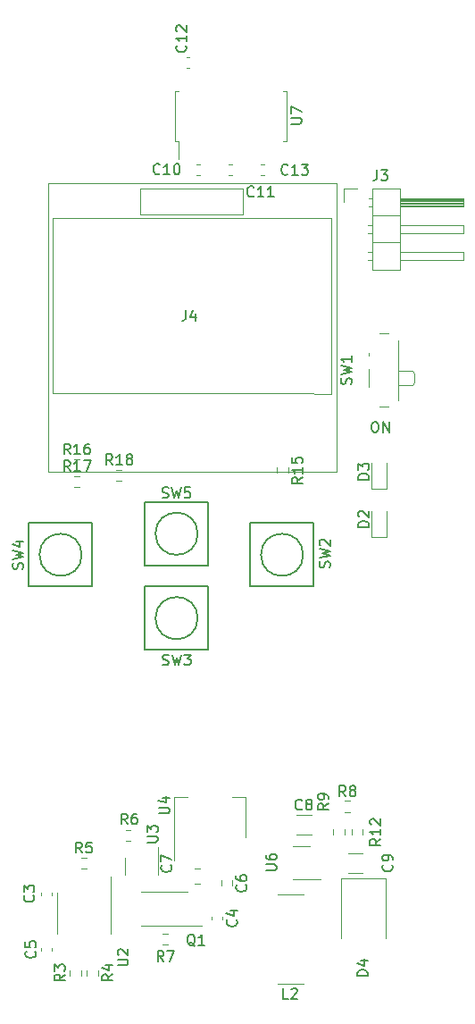
<source format=gbr>
%TF.GenerationSoftware,KiCad,Pcbnew,6.0.5-a6ca702e91~116~ubuntu20.04.1*%
%TF.CreationDate,2022-06-04T21:36:06-05:00*%
%TF.ProjectId,gpsOled,6770734f-6c65-4642-9e6b-696361645f70,rev?*%
%TF.SameCoordinates,Original*%
%TF.FileFunction,Legend,Top*%
%TF.FilePolarity,Positive*%
%FSLAX46Y46*%
G04 Gerber Fmt 4.6, Leading zero omitted, Abs format (unit mm)*
G04 Created by KiCad (PCBNEW 6.0.5-a6ca702e91~116~ubuntu20.04.1) date 2022-06-04 21:36:06*
%MOMM*%
%LPD*%
G01*
G04 APERTURE LIST*
%ADD10C,0.150000*%
%ADD11C,0.120000*%
G04 APERTURE END LIST*
D10*
X163520952Y-98782380D02*
X163711428Y-98782380D01*
X163806666Y-98830000D01*
X163901904Y-98925238D01*
X163949523Y-99115714D01*
X163949523Y-99449047D01*
X163901904Y-99639523D01*
X163806666Y-99734761D01*
X163711428Y-99782380D01*
X163520952Y-99782380D01*
X163425714Y-99734761D01*
X163330476Y-99639523D01*
X163282857Y-99449047D01*
X163282857Y-99115714D01*
X163330476Y-98925238D01*
X163425714Y-98830000D01*
X163520952Y-98782380D01*
X164378095Y-99782380D02*
X164378095Y-98782380D01*
X164949523Y-99782380D01*
X164949523Y-98782380D01*
%TO.C,R18*%
X138697142Y-102852380D02*
X138363809Y-102376190D01*
X138125714Y-102852380D02*
X138125714Y-101852380D01*
X138506666Y-101852380D01*
X138601904Y-101900000D01*
X138649523Y-101947619D01*
X138697142Y-102042857D01*
X138697142Y-102185714D01*
X138649523Y-102280952D01*
X138601904Y-102328571D01*
X138506666Y-102376190D01*
X138125714Y-102376190D01*
X139649523Y-102852380D02*
X139078095Y-102852380D01*
X139363809Y-102852380D02*
X139363809Y-101852380D01*
X139268571Y-101995238D01*
X139173333Y-102090476D01*
X139078095Y-102138095D01*
X140220952Y-102280952D02*
X140125714Y-102233333D01*
X140078095Y-102185714D01*
X140030476Y-102090476D01*
X140030476Y-102042857D01*
X140078095Y-101947619D01*
X140125714Y-101900000D01*
X140220952Y-101852380D01*
X140411428Y-101852380D01*
X140506666Y-101900000D01*
X140554285Y-101947619D01*
X140601904Y-102042857D01*
X140601904Y-102090476D01*
X140554285Y-102185714D01*
X140506666Y-102233333D01*
X140411428Y-102280952D01*
X140220952Y-102280952D01*
X140125714Y-102328571D01*
X140078095Y-102376190D01*
X140030476Y-102471428D01*
X140030476Y-102661904D01*
X140078095Y-102757142D01*
X140125714Y-102804761D01*
X140220952Y-102852380D01*
X140411428Y-102852380D01*
X140506666Y-102804761D01*
X140554285Y-102757142D01*
X140601904Y-102661904D01*
X140601904Y-102471428D01*
X140554285Y-102376190D01*
X140506666Y-102328571D01*
X140411428Y-102280952D01*
%TO.C,R17*%
X134697142Y-103452380D02*
X134363809Y-102976190D01*
X134125714Y-103452380D02*
X134125714Y-102452380D01*
X134506666Y-102452380D01*
X134601904Y-102500000D01*
X134649523Y-102547619D01*
X134697142Y-102642857D01*
X134697142Y-102785714D01*
X134649523Y-102880952D01*
X134601904Y-102928571D01*
X134506666Y-102976190D01*
X134125714Y-102976190D01*
X135649523Y-103452380D02*
X135078095Y-103452380D01*
X135363809Y-103452380D02*
X135363809Y-102452380D01*
X135268571Y-102595238D01*
X135173333Y-102690476D01*
X135078095Y-102738095D01*
X135982857Y-102452380D02*
X136649523Y-102452380D01*
X136220952Y-103452380D01*
%TO.C,R16*%
X134697142Y-101852380D02*
X134363809Y-101376190D01*
X134125714Y-101852380D02*
X134125714Y-100852380D01*
X134506666Y-100852380D01*
X134601904Y-100900000D01*
X134649523Y-100947619D01*
X134697142Y-101042857D01*
X134697142Y-101185714D01*
X134649523Y-101280952D01*
X134601904Y-101328571D01*
X134506666Y-101376190D01*
X134125714Y-101376190D01*
X135649523Y-101852380D02*
X135078095Y-101852380D01*
X135363809Y-101852380D02*
X135363809Y-100852380D01*
X135268571Y-100995238D01*
X135173333Y-101090476D01*
X135078095Y-101138095D01*
X136506666Y-100852380D02*
X136316190Y-100852380D01*
X136220952Y-100900000D01*
X136173333Y-100947619D01*
X136078095Y-101090476D01*
X136030476Y-101280952D01*
X136030476Y-101661904D01*
X136078095Y-101757142D01*
X136125714Y-101804761D01*
X136220952Y-101852380D01*
X136411428Y-101852380D01*
X136506666Y-101804761D01*
X136554285Y-101757142D01*
X136601904Y-101661904D01*
X136601904Y-101423809D01*
X136554285Y-101328571D01*
X136506666Y-101280952D01*
X136411428Y-101233333D01*
X136220952Y-101233333D01*
X136125714Y-101280952D01*
X136078095Y-101328571D01*
X136030476Y-101423809D01*
%TO.C,R15*%
X156722380Y-104022857D02*
X156246190Y-104356190D01*
X156722380Y-104594285D02*
X155722380Y-104594285D01*
X155722380Y-104213333D01*
X155770000Y-104118095D01*
X155817619Y-104070476D01*
X155912857Y-104022857D01*
X156055714Y-104022857D01*
X156150952Y-104070476D01*
X156198571Y-104118095D01*
X156246190Y-104213333D01*
X156246190Y-104594285D01*
X156722380Y-103070476D02*
X156722380Y-103641904D01*
X156722380Y-103356190D02*
X155722380Y-103356190D01*
X155865238Y-103451428D01*
X155960476Y-103546666D01*
X156008095Y-103641904D01*
X155722380Y-102165714D02*
X155722380Y-102641904D01*
X156198571Y-102689523D01*
X156150952Y-102641904D01*
X156103333Y-102546666D01*
X156103333Y-102308571D01*
X156150952Y-102213333D01*
X156198571Y-102165714D01*
X156293809Y-102118095D01*
X156531904Y-102118095D01*
X156627142Y-102165714D01*
X156674761Y-102213333D01*
X156722380Y-102308571D01*
X156722380Y-102546666D01*
X156674761Y-102641904D01*
X156627142Y-102689523D01*
%TO.C,SW5*%
X143436666Y-105944761D02*
X143579523Y-105992380D01*
X143817619Y-105992380D01*
X143912857Y-105944761D01*
X143960476Y-105897142D01*
X144008095Y-105801904D01*
X144008095Y-105706666D01*
X143960476Y-105611428D01*
X143912857Y-105563809D01*
X143817619Y-105516190D01*
X143627142Y-105468571D01*
X143531904Y-105420952D01*
X143484285Y-105373333D01*
X143436666Y-105278095D01*
X143436666Y-105182857D01*
X143484285Y-105087619D01*
X143531904Y-105040000D01*
X143627142Y-104992380D01*
X143865238Y-104992380D01*
X144008095Y-105040000D01*
X144341428Y-104992380D02*
X144579523Y-105992380D01*
X144770000Y-105278095D01*
X144960476Y-105992380D01*
X145198571Y-104992380D01*
X146055714Y-104992380D02*
X145579523Y-104992380D01*
X145531904Y-105468571D01*
X145579523Y-105420952D01*
X145674761Y-105373333D01*
X145912857Y-105373333D01*
X146008095Y-105420952D01*
X146055714Y-105468571D01*
X146103333Y-105563809D01*
X146103333Y-105801904D01*
X146055714Y-105897142D01*
X146008095Y-105944761D01*
X145912857Y-105992380D01*
X145674761Y-105992380D01*
X145579523Y-105944761D01*
X145531904Y-105897142D01*
%TO.C,U3*%
X141992380Y-138611904D02*
X142801904Y-138611904D01*
X142897142Y-138564285D01*
X142944761Y-138516666D01*
X142992380Y-138421428D01*
X142992380Y-138230952D01*
X142944761Y-138135714D01*
X142897142Y-138088095D01*
X142801904Y-138040476D01*
X141992380Y-138040476D01*
X141992380Y-137659523D02*
X141992380Y-137040476D01*
X142373333Y-137373809D01*
X142373333Y-137230952D01*
X142420952Y-137135714D01*
X142468571Y-137088095D01*
X142563809Y-137040476D01*
X142801904Y-137040476D01*
X142897142Y-137088095D01*
X142944761Y-137135714D01*
X142992380Y-137230952D01*
X142992380Y-137516666D01*
X142944761Y-137611904D01*
X142897142Y-137659523D01*
%TO.C,C12*%
X145647142Y-63122857D02*
X145694761Y-63170476D01*
X145742380Y-63313333D01*
X145742380Y-63408571D01*
X145694761Y-63551428D01*
X145599523Y-63646666D01*
X145504285Y-63694285D01*
X145313809Y-63741904D01*
X145170952Y-63741904D01*
X144980476Y-63694285D01*
X144885238Y-63646666D01*
X144790000Y-63551428D01*
X144742380Y-63408571D01*
X144742380Y-63313333D01*
X144790000Y-63170476D01*
X144837619Y-63122857D01*
X145742380Y-62170476D02*
X145742380Y-62741904D01*
X145742380Y-62456190D02*
X144742380Y-62456190D01*
X144885238Y-62551428D01*
X144980476Y-62646666D01*
X145028095Y-62741904D01*
X144837619Y-61789523D02*
X144790000Y-61741904D01*
X144742380Y-61646666D01*
X144742380Y-61408571D01*
X144790000Y-61313333D01*
X144837619Y-61265714D01*
X144932857Y-61218095D01*
X145028095Y-61218095D01*
X145170952Y-61265714D01*
X145742380Y-61837142D01*
X145742380Y-61218095D01*
%TO.C,R9*%
X159192380Y-134956666D02*
X158716190Y-135290000D01*
X159192380Y-135528095D02*
X158192380Y-135528095D01*
X158192380Y-135147142D01*
X158240000Y-135051904D01*
X158287619Y-135004285D01*
X158382857Y-134956666D01*
X158525714Y-134956666D01*
X158620952Y-135004285D01*
X158668571Y-135051904D01*
X158716190Y-135147142D01*
X158716190Y-135528095D01*
X159192380Y-134480476D02*
X159192380Y-134290000D01*
X159144761Y-134194761D01*
X159097142Y-134147142D01*
X158954285Y-134051904D01*
X158763809Y-134004285D01*
X158382857Y-134004285D01*
X158287619Y-134051904D01*
X158240000Y-134099523D01*
X158192380Y-134194761D01*
X158192380Y-134385238D01*
X158240000Y-134480476D01*
X158287619Y-134528095D01*
X158382857Y-134575714D01*
X158620952Y-134575714D01*
X158716190Y-134528095D01*
X158763809Y-134480476D01*
X158811428Y-134385238D01*
X158811428Y-134194761D01*
X158763809Y-134099523D01*
X158716190Y-134051904D01*
X158620952Y-134004285D01*
%TO.C,SW3*%
X143456666Y-121784761D02*
X143599523Y-121832380D01*
X143837619Y-121832380D01*
X143932857Y-121784761D01*
X143980476Y-121737142D01*
X144028095Y-121641904D01*
X144028095Y-121546666D01*
X143980476Y-121451428D01*
X143932857Y-121403809D01*
X143837619Y-121356190D01*
X143647142Y-121308571D01*
X143551904Y-121260952D01*
X143504285Y-121213333D01*
X143456666Y-121118095D01*
X143456666Y-121022857D01*
X143504285Y-120927619D01*
X143551904Y-120880000D01*
X143647142Y-120832380D01*
X143885238Y-120832380D01*
X144028095Y-120880000D01*
X144361428Y-120832380D02*
X144599523Y-121832380D01*
X144790000Y-121118095D01*
X144980476Y-121832380D01*
X145218571Y-120832380D01*
X145504285Y-120832380D02*
X146123333Y-120832380D01*
X145790000Y-121213333D01*
X145932857Y-121213333D01*
X146028095Y-121260952D01*
X146075714Y-121308571D01*
X146123333Y-121403809D01*
X146123333Y-121641904D01*
X146075714Y-121737142D01*
X146028095Y-121784761D01*
X145932857Y-121832380D01*
X145647142Y-121832380D01*
X145551904Y-121784761D01*
X145504285Y-121737142D01*
%TO.C,U6*%
X153252380Y-141291904D02*
X154061904Y-141291904D01*
X154157142Y-141244285D01*
X154204761Y-141196666D01*
X154252380Y-141101428D01*
X154252380Y-140910952D01*
X154204761Y-140815714D01*
X154157142Y-140768095D01*
X154061904Y-140720476D01*
X153252380Y-140720476D01*
X153252380Y-139815714D02*
X153252380Y-140006190D01*
X153300000Y-140101428D01*
X153347619Y-140149047D01*
X153490476Y-140244285D01*
X153680952Y-140291904D01*
X154061904Y-140291904D01*
X154157142Y-140244285D01*
X154204761Y-140196666D01*
X154252380Y-140101428D01*
X154252380Y-139910952D01*
X154204761Y-139815714D01*
X154157142Y-139768095D01*
X154061904Y-139720476D01*
X153823809Y-139720476D01*
X153728571Y-139768095D01*
X153680952Y-139815714D01*
X153633333Y-139910952D01*
X153633333Y-140101428D01*
X153680952Y-140196666D01*
X153728571Y-140244285D01*
X153823809Y-140291904D01*
%TO.C,C13*%
X155347142Y-75287142D02*
X155299523Y-75334761D01*
X155156666Y-75382380D01*
X155061428Y-75382380D01*
X154918571Y-75334761D01*
X154823333Y-75239523D01*
X154775714Y-75144285D01*
X154728095Y-74953809D01*
X154728095Y-74810952D01*
X154775714Y-74620476D01*
X154823333Y-74525238D01*
X154918571Y-74430000D01*
X155061428Y-74382380D01*
X155156666Y-74382380D01*
X155299523Y-74430000D01*
X155347142Y-74477619D01*
X156299523Y-75382380D02*
X155728095Y-75382380D01*
X156013809Y-75382380D02*
X156013809Y-74382380D01*
X155918571Y-74525238D01*
X155823333Y-74620476D01*
X155728095Y-74668095D01*
X156632857Y-74382380D02*
X157251904Y-74382380D01*
X156918571Y-74763333D01*
X157061428Y-74763333D01*
X157156666Y-74810952D01*
X157204285Y-74858571D01*
X157251904Y-74953809D01*
X157251904Y-75191904D01*
X157204285Y-75287142D01*
X157156666Y-75334761D01*
X157061428Y-75382380D01*
X156775714Y-75382380D01*
X156680476Y-75334761D01*
X156632857Y-75287142D01*
%TO.C,C4*%
X150447142Y-145966666D02*
X150494761Y-146014285D01*
X150542380Y-146157142D01*
X150542380Y-146252380D01*
X150494761Y-146395238D01*
X150399523Y-146490476D01*
X150304285Y-146538095D01*
X150113809Y-146585714D01*
X149970952Y-146585714D01*
X149780476Y-146538095D01*
X149685238Y-146490476D01*
X149590000Y-146395238D01*
X149542380Y-146252380D01*
X149542380Y-146157142D01*
X149590000Y-146014285D01*
X149637619Y-145966666D01*
X149875714Y-145109523D02*
X150542380Y-145109523D01*
X149494761Y-145347619D02*
X150209047Y-145585714D01*
X150209047Y-144966666D01*
%TO.C,L2*%
X155373333Y-153452380D02*
X154897142Y-153452380D01*
X154897142Y-152452380D01*
X155659047Y-152547619D02*
X155706666Y-152500000D01*
X155801904Y-152452380D01*
X156040000Y-152452380D01*
X156135238Y-152500000D01*
X156182857Y-152547619D01*
X156230476Y-152642857D01*
X156230476Y-152738095D01*
X156182857Y-152880952D01*
X155611428Y-153452380D01*
X156230476Y-153452380D01*
%TO.C,Q1*%
X146544761Y-148447619D02*
X146449523Y-148400000D01*
X146354285Y-148304761D01*
X146211428Y-148161904D01*
X146116190Y-148114285D01*
X146020952Y-148114285D01*
X146068571Y-148352380D02*
X145973333Y-148304761D01*
X145878095Y-148209523D01*
X145830476Y-148019047D01*
X145830476Y-147685714D01*
X145878095Y-147495238D01*
X145973333Y-147400000D01*
X146068571Y-147352380D01*
X146259047Y-147352380D01*
X146354285Y-147400000D01*
X146449523Y-147495238D01*
X146497142Y-147685714D01*
X146497142Y-148019047D01*
X146449523Y-148209523D01*
X146354285Y-148304761D01*
X146259047Y-148352380D01*
X146068571Y-148352380D01*
X147449523Y-148352380D02*
X146878095Y-148352380D01*
X147163809Y-148352380D02*
X147163809Y-147352380D01*
X147068571Y-147495238D01*
X146973333Y-147590476D01*
X146878095Y-147638095D01*
%TO.C,R12*%
X164132380Y-138292857D02*
X163656190Y-138626190D01*
X164132380Y-138864285D02*
X163132380Y-138864285D01*
X163132380Y-138483333D01*
X163180000Y-138388095D01*
X163227619Y-138340476D01*
X163322857Y-138292857D01*
X163465714Y-138292857D01*
X163560952Y-138340476D01*
X163608571Y-138388095D01*
X163656190Y-138483333D01*
X163656190Y-138864285D01*
X164132380Y-137340476D02*
X164132380Y-137911904D01*
X164132380Y-137626190D02*
X163132380Y-137626190D01*
X163275238Y-137721428D01*
X163370476Y-137816666D01*
X163418095Y-137911904D01*
X163227619Y-136959523D02*
X163180000Y-136911904D01*
X163132380Y-136816666D01*
X163132380Y-136578571D01*
X163180000Y-136483333D01*
X163227619Y-136435714D01*
X163322857Y-136388095D01*
X163418095Y-136388095D01*
X163560952Y-136435714D01*
X164132380Y-137007142D01*
X164132380Y-136388095D01*
%TO.C,C6*%
X151337142Y-142666666D02*
X151384761Y-142714285D01*
X151432380Y-142857142D01*
X151432380Y-142952380D01*
X151384761Y-143095238D01*
X151289523Y-143190476D01*
X151194285Y-143238095D01*
X151003809Y-143285714D01*
X150860952Y-143285714D01*
X150670476Y-143238095D01*
X150575238Y-143190476D01*
X150480000Y-143095238D01*
X150432380Y-142952380D01*
X150432380Y-142857142D01*
X150480000Y-142714285D01*
X150527619Y-142666666D01*
X150432380Y-141809523D02*
X150432380Y-142000000D01*
X150480000Y-142095238D01*
X150527619Y-142142857D01*
X150670476Y-142238095D01*
X150860952Y-142285714D01*
X151241904Y-142285714D01*
X151337142Y-142238095D01*
X151384761Y-142190476D01*
X151432380Y-142095238D01*
X151432380Y-141904761D01*
X151384761Y-141809523D01*
X151337142Y-141761904D01*
X151241904Y-141714285D01*
X151003809Y-141714285D01*
X150908571Y-141761904D01*
X150860952Y-141809523D01*
X150813333Y-141904761D01*
X150813333Y-142095238D01*
X150860952Y-142190476D01*
X150908571Y-142238095D01*
X151003809Y-142285714D01*
%TO.C,J4*%
X145666666Y-88206380D02*
X145666666Y-88920666D01*
X145619047Y-89063523D01*
X145523809Y-89158761D01*
X145380952Y-89206380D01*
X145285714Y-89206380D01*
X146571428Y-88539714D02*
X146571428Y-89206380D01*
X146333333Y-88158761D02*
X146095238Y-88873047D01*
X146714285Y-88873047D01*
%TO.C,D2*%
X163022380Y-108738095D02*
X162022380Y-108738095D01*
X162022380Y-108500000D01*
X162070000Y-108357142D01*
X162165238Y-108261904D01*
X162260476Y-108214285D01*
X162450952Y-108166666D01*
X162593809Y-108166666D01*
X162784285Y-108214285D01*
X162879523Y-108261904D01*
X162974761Y-108357142D01*
X163022380Y-108500000D01*
X163022380Y-108738095D01*
X162117619Y-107785714D02*
X162070000Y-107738095D01*
X162022380Y-107642857D01*
X162022380Y-107404761D01*
X162070000Y-107309523D01*
X162117619Y-107261904D01*
X162212857Y-107214285D01*
X162308095Y-107214285D01*
X162450952Y-107261904D01*
X163022380Y-107833333D01*
X163022380Y-107214285D01*
%TO.C,SW2*%
X159284761Y-112583333D02*
X159332380Y-112440476D01*
X159332380Y-112202380D01*
X159284761Y-112107142D01*
X159237142Y-112059523D01*
X159141904Y-112011904D01*
X159046666Y-112011904D01*
X158951428Y-112059523D01*
X158903809Y-112107142D01*
X158856190Y-112202380D01*
X158808571Y-112392857D01*
X158760952Y-112488095D01*
X158713333Y-112535714D01*
X158618095Y-112583333D01*
X158522857Y-112583333D01*
X158427619Y-112535714D01*
X158380000Y-112488095D01*
X158332380Y-112392857D01*
X158332380Y-112154761D01*
X158380000Y-112011904D01*
X158332380Y-111678571D02*
X159332380Y-111440476D01*
X158618095Y-111250000D01*
X159332380Y-111059523D01*
X158332380Y-110821428D01*
X158427619Y-110488095D02*
X158380000Y-110440476D01*
X158332380Y-110345238D01*
X158332380Y-110107142D01*
X158380000Y-110011904D01*
X158427619Y-109964285D01*
X158522857Y-109916666D01*
X158618095Y-109916666D01*
X158760952Y-109964285D01*
X159332380Y-110535714D01*
X159332380Y-109916666D01*
%TO.C,C7*%
X144227142Y-140796666D02*
X144274761Y-140844285D01*
X144322380Y-140987142D01*
X144322380Y-141082380D01*
X144274761Y-141225238D01*
X144179523Y-141320476D01*
X144084285Y-141368095D01*
X143893809Y-141415714D01*
X143750952Y-141415714D01*
X143560476Y-141368095D01*
X143465238Y-141320476D01*
X143370000Y-141225238D01*
X143322380Y-141082380D01*
X143322380Y-140987142D01*
X143370000Y-140844285D01*
X143417619Y-140796666D01*
X143322380Y-140463333D02*
X143322380Y-139796666D01*
X144322380Y-140225238D01*
%TO.C,C3*%
X131207142Y-143646666D02*
X131254761Y-143694285D01*
X131302380Y-143837142D01*
X131302380Y-143932380D01*
X131254761Y-144075238D01*
X131159523Y-144170476D01*
X131064285Y-144218095D01*
X130873809Y-144265714D01*
X130730952Y-144265714D01*
X130540476Y-144218095D01*
X130445238Y-144170476D01*
X130350000Y-144075238D01*
X130302380Y-143932380D01*
X130302380Y-143837142D01*
X130350000Y-143694285D01*
X130397619Y-143646666D01*
X130302380Y-143313333D02*
X130302380Y-142694285D01*
X130683333Y-143027619D01*
X130683333Y-142884761D01*
X130730952Y-142789523D01*
X130778571Y-142741904D01*
X130873809Y-142694285D01*
X131111904Y-142694285D01*
X131207142Y-142741904D01*
X131254761Y-142789523D01*
X131302380Y-142884761D01*
X131302380Y-143170476D01*
X131254761Y-143265714D01*
X131207142Y-143313333D01*
%TO.C,D4*%
X162932380Y-151268095D02*
X161932380Y-151268095D01*
X161932380Y-151030000D01*
X161980000Y-150887142D01*
X162075238Y-150791904D01*
X162170476Y-150744285D01*
X162360952Y-150696666D01*
X162503809Y-150696666D01*
X162694285Y-150744285D01*
X162789523Y-150791904D01*
X162884761Y-150887142D01*
X162932380Y-151030000D01*
X162932380Y-151268095D01*
X162265714Y-149839523D02*
X162932380Y-149839523D01*
X161884761Y-150077619D02*
X162599047Y-150315714D01*
X162599047Y-149696666D01*
%TO.C,C9*%
X165197142Y-140756666D02*
X165244761Y-140804285D01*
X165292380Y-140947142D01*
X165292380Y-141042380D01*
X165244761Y-141185238D01*
X165149523Y-141280476D01*
X165054285Y-141328095D01*
X164863809Y-141375714D01*
X164720952Y-141375714D01*
X164530476Y-141328095D01*
X164435238Y-141280476D01*
X164340000Y-141185238D01*
X164292380Y-141042380D01*
X164292380Y-140947142D01*
X164340000Y-140804285D01*
X164387619Y-140756666D01*
X165292380Y-140280476D02*
X165292380Y-140090000D01*
X165244761Y-139994761D01*
X165197142Y-139947142D01*
X165054285Y-139851904D01*
X164863809Y-139804285D01*
X164482857Y-139804285D01*
X164387619Y-139851904D01*
X164340000Y-139899523D01*
X164292380Y-139994761D01*
X164292380Y-140185238D01*
X164340000Y-140280476D01*
X164387619Y-140328095D01*
X164482857Y-140375714D01*
X164720952Y-140375714D01*
X164816190Y-140328095D01*
X164863809Y-140280476D01*
X164911428Y-140185238D01*
X164911428Y-139994761D01*
X164863809Y-139899523D01*
X164816190Y-139851904D01*
X164720952Y-139804285D01*
%TO.C,SW1*%
X161319761Y-95213333D02*
X161367380Y-95070476D01*
X161367380Y-94832380D01*
X161319761Y-94737142D01*
X161272142Y-94689523D01*
X161176904Y-94641904D01*
X161081666Y-94641904D01*
X160986428Y-94689523D01*
X160938809Y-94737142D01*
X160891190Y-94832380D01*
X160843571Y-95022857D01*
X160795952Y-95118095D01*
X160748333Y-95165714D01*
X160653095Y-95213333D01*
X160557857Y-95213333D01*
X160462619Y-95165714D01*
X160415000Y-95118095D01*
X160367380Y-95022857D01*
X160367380Y-94784761D01*
X160415000Y-94641904D01*
X160367380Y-94308571D02*
X161367380Y-94070476D01*
X160653095Y-93880000D01*
X161367380Y-93689523D01*
X160367380Y-93451428D01*
X161367380Y-92546666D02*
X161367380Y-93118095D01*
X161367380Y-92832380D02*
X160367380Y-92832380D01*
X160510238Y-92927619D01*
X160605476Y-93022857D01*
X160653095Y-93118095D01*
%TO.C,U7*%
X155642380Y-70541904D02*
X156451904Y-70541904D01*
X156547142Y-70494285D01*
X156594761Y-70446666D01*
X156642380Y-70351428D01*
X156642380Y-70160952D01*
X156594761Y-70065714D01*
X156547142Y-70018095D01*
X156451904Y-69970476D01*
X155642380Y-69970476D01*
X155642380Y-69589523D02*
X155642380Y-68922857D01*
X156642380Y-69351428D01*
%TO.C,C5*%
X131357142Y-148946666D02*
X131404761Y-148994285D01*
X131452380Y-149137142D01*
X131452380Y-149232380D01*
X131404761Y-149375238D01*
X131309523Y-149470476D01*
X131214285Y-149518095D01*
X131023809Y-149565714D01*
X130880952Y-149565714D01*
X130690476Y-149518095D01*
X130595238Y-149470476D01*
X130500000Y-149375238D01*
X130452380Y-149232380D01*
X130452380Y-149137142D01*
X130500000Y-148994285D01*
X130547619Y-148946666D01*
X130452380Y-148041904D02*
X130452380Y-148518095D01*
X130928571Y-148565714D01*
X130880952Y-148518095D01*
X130833333Y-148422857D01*
X130833333Y-148184761D01*
X130880952Y-148089523D01*
X130928571Y-148041904D01*
X131023809Y-147994285D01*
X131261904Y-147994285D01*
X131357142Y-148041904D01*
X131404761Y-148089523D01*
X131452380Y-148184761D01*
X131452380Y-148422857D01*
X131404761Y-148518095D01*
X131357142Y-148565714D01*
%TO.C,R7*%
X143563333Y-149892380D02*
X143230000Y-149416190D01*
X142991904Y-149892380D02*
X142991904Y-148892380D01*
X143372857Y-148892380D01*
X143468095Y-148940000D01*
X143515714Y-148987619D01*
X143563333Y-149082857D01*
X143563333Y-149225714D01*
X143515714Y-149320952D01*
X143468095Y-149368571D01*
X143372857Y-149416190D01*
X142991904Y-149416190D01*
X143896666Y-148892380D02*
X144563333Y-148892380D01*
X144134761Y-149892380D01*
%TO.C,R3*%
X134202380Y-151156666D02*
X133726190Y-151490000D01*
X134202380Y-151728095D02*
X133202380Y-151728095D01*
X133202380Y-151347142D01*
X133250000Y-151251904D01*
X133297619Y-151204285D01*
X133392857Y-151156666D01*
X133535714Y-151156666D01*
X133630952Y-151204285D01*
X133678571Y-151251904D01*
X133726190Y-151347142D01*
X133726190Y-151728095D01*
X133202380Y-150823333D02*
X133202380Y-150204285D01*
X133583333Y-150537619D01*
X133583333Y-150394761D01*
X133630952Y-150299523D01*
X133678571Y-150251904D01*
X133773809Y-150204285D01*
X134011904Y-150204285D01*
X134107142Y-150251904D01*
X134154761Y-150299523D01*
X134202380Y-150394761D01*
X134202380Y-150680476D01*
X134154761Y-150775714D01*
X134107142Y-150823333D01*
%TO.C,R8*%
X160823333Y-134262380D02*
X160490000Y-133786190D01*
X160251904Y-134262380D02*
X160251904Y-133262380D01*
X160632857Y-133262380D01*
X160728095Y-133310000D01*
X160775714Y-133357619D01*
X160823333Y-133452857D01*
X160823333Y-133595714D01*
X160775714Y-133690952D01*
X160728095Y-133738571D01*
X160632857Y-133786190D01*
X160251904Y-133786190D01*
X161394761Y-133690952D02*
X161299523Y-133643333D01*
X161251904Y-133595714D01*
X161204285Y-133500476D01*
X161204285Y-133452857D01*
X161251904Y-133357619D01*
X161299523Y-133310000D01*
X161394761Y-133262380D01*
X161585238Y-133262380D01*
X161680476Y-133310000D01*
X161728095Y-133357619D01*
X161775714Y-133452857D01*
X161775714Y-133500476D01*
X161728095Y-133595714D01*
X161680476Y-133643333D01*
X161585238Y-133690952D01*
X161394761Y-133690952D01*
X161299523Y-133738571D01*
X161251904Y-133786190D01*
X161204285Y-133881428D01*
X161204285Y-134071904D01*
X161251904Y-134167142D01*
X161299523Y-134214761D01*
X161394761Y-134262380D01*
X161585238Y-134262380D01*
X161680476Y-134214761D01*
X161728095Y-134167142D01*
X161775714Y-134071904D01*
X161775714Y-133881428D01*
X161728095Y-133786190D01*
X161680476Y-133738571D01*
X161585238Y-133690952D01*
%TO.C,U4*%
X143112380Y-135881904D02*
X143921904Y-135881904D01*
X144017142Y-135834285D01*
X144064761Y-135786666D01*
X144112380Y-135691428D01*
X144112380Y-135500952D01*
X144064761Y-135405714D01*
X144017142Y-135358095D01*
X143921904Y-135310476D01*
X143112380Y-135310476D01*
X143445714Y-134405714D02*
X144112380Y-134405714D01*
X143064761Y-134643809D02*
X143779047Y-134881904D01*
X143779047Y-134262857D01*
%TO.C,J3*%
X163796666Y-74912380D02*
X163796666Y-75626666D01*
X163749047Y-75769523D01*
X163653809Y-75864761D01*
X163510952Y-75912380D01*
X163415714Y-75912380D01*
X164177619Y-74912380D02*
X164796666Y-74912380D01*
X164463333Y-75293333D01*
X164606190Y-75293333D01*
X164701428Y-75340952D01*
X164749047Y-75388571D01*
X164796666Y-75483809D01*
X164796666Y-75721904D01*
X164749047Y-75817142D01*
X164701428Y-75864761D01*
X164606190Y-75912380D01*
X164320476Y-75912380D01*
X164225238Y-75864761D01*
X164177619Y-75817142D01*
%TO.C,R6*%
X140123333Y-136912380D02*
X139790000Y-136436190D01*
X139551904Y-136912380D02*
X139551904Y-135912380D01*
X139932857Y-135912380D01*
X140028095Y-135960000D01*
X140075714Y-136007619D01*
X140123333Y-136102857D01*
X140123333Y-136245714D01*
X140075714Y-136340952D01*
X140028095Y-136388571D01*
X139932857Y-136436190D01*
X139551904Y-136436190D01*
X140980476Y-135912380D02*
X140790000Y-135912380D01*
X140694761Y-135960000D01*
X140647142Y-136007619D01*
X140551904Y-136150476D01*
X140504285Y-136340952D01*
X140504285Y-136721904D01*
X140551904Y-136817142D01*
X140599523Y-136864761D01*
X140694761Y-136912380D01*
X140885238Y-136912380D01*
X140980476Y-136864761D01*
X141028095Y-136817142D01*
X141075714Y-136721904D01*
X141075714Y-136483809D01*
X141028095Y-136388571D01*
X140980476Y-136340952D01*
X140885238Y-136293333D01*
X140694761Y-136293333D01*
X140599523Y-136340952D01*
X140551904Y-136388571D01*
X140504285Y-136483809D01*
%TO.C,C10*%
X143197142Y-75237142D02*
X143149523Y-75284761D01*
X143006666Y-75332380D01*
X142911428Y-75332380D01*
X142768571Y-75284761D01*
X142673333Y-75189523D01*
X142625714Y-75094285D01*
X142578095Y-74903809D01*
X142578095Y-74760952D01*
X142625714Y-74570476D01*
X142673333Y-74475238D01*
X142768571Y-74380000D01*
X142911428Y-74332380D01*
X143006666Y-74332380D01*
X143149523Y-74380000D01*
X143197142Y-74427619D01*
X144149523Y-75332380D02*
X143578095Y-75332380D01*
X143863809Y-75332380D02*
X143863809Y-74332380D01*
X143768571Y-74475238D01*
X143673333Y-74570476D01*
X143578095Y-74618095D01*
X144768571Y-74332380D02*
X144863809Y-74332380D01*
X144959047Y-74380000D01*
X145006666Y-74427619D01*
X145054285Y-74522857D01*
X145101904Y-74713333D01*
X145101904Y-74951428D01*
X145054285Y-75141904D01*
X145006666Y-75237142D01*
X144959047Y-75284761D01*
X144863809Y-75332380D01*
X144768571Y-75332380D01*
X144673333Y-75284761D01*
X144625714Y-75237142D01*
X144578095Y-75141904D01*
X144530476Y-74951428D01*
X144530476Y-74713333D01*
X144578095Y-74522857D01*
X144625714Y-74427619D01*
X144673333Y-74380000D01*
X144768571Y-74332380D01*
%TO.C,R4*%
X138732380Y-151136666D02*
X138256190Y-151470000D01*
X138732380Y-151708095D02*
X137732380Y-151708095D01*
X137732380Y-151327142D01*
X137780000Y-151231904D01*
X137827619Y-151184285D01*
X137922857Y-151136666D01*
X138065714Y-151136666D01*
X138160952Y-151184285D01*
X138208571Y-151231904D01*
X138256190Y-151327142D01*
X138256190Y-151708095D01*
X138065714Y-150279523D02*
X138732380Y-150279523D01*
X137684761Y-150517619D02*
X138399047Y-150755714D01*
X138399047Y-150136666D01*
%TO.C,R5*%
X135833333Y-139622380D02*
X135500000Y-139146190D01*
X135261904Y-139622380D02*
X135261904Y-138622380D01*
X135642857Y-138622380D01*
X135738095Y-138670000D01*
X135785714Y-138717619D01*
X135833333Y-138812857D01*
X135833333Y-138955714D01*
X135785714Y-139050952D01*
X135738095Y-139098571D01*
X135642857Y-139146190D01*
X135261904Y-139146190D01*
X136738095Y-138622380D02*
X136261904Y-138622380D01*
X136214285Y-139098571D01*
X136261904Y-139050952D01*
X136357142Y-139003333D01*
X136595238Y-139003333D01*
X136690476Y-139050952D01*
X136738095Y-139098571D01*
X136785714Y-139193809D01*
X136785714Y-139431904D01*
X136738095Y-139527142D01*
X136690476Y-139574761D01*
X136595238Y-139622380D01*
X136357142Y-139622380D01*
X136261904Y-139574761D01*
X136214285Y-139527142D01*
%TO.C,SW4*%
X130194761Y-112713333D02*
X130242380Y-112570476D01*
X130242380Y-112332380D01*
X130194761Y-112237142D01*
X130147142Y-112189523D01*
X130051904Y-112141904D01*
X129956666Y-112141904D01*
X129861428Y-112189523D01*
X129813809Y-112237142D01*
X129766190Y-112332380D01*
X129718571Y-112522857D01*
X129670952Y-112618095D01*
X129623333Y-112665714D01*
X129528095Y-112713333D01*
X129432857Y-112713333D01*
X129337619Y-112665714D01*
X129290000Y-112618095D01*
X129242380Y-112522857D01*
X129242380Y-112284761D01*
X129290000Y-112141904D01*
X129242380Y-111808571D02*
X130242380Y-111570476D01*
X129528095Y-111380000D01*
X130242380Y-111189523D01*
X129242380Y-110951428D01*
X129575714Y-110141904D02*
X130242380Y-110141904D01*
X129194761Y-110380000D02*
X129909047Y-110618095D01*
X129909047Y-109999047D01*
%TO.C,D3*%
X163022380Y-104238095D02*
X162022380Y-104238095D01*
X162022380Y-104000000D01*
X162070000Y-103857142D01*
X162165238Y-103761904D01*
X162260476Y-103714285D01*
X162450952Y-103666666D01*
X162593809Y-103666666D01*
X162784285Y-103714285D01*
X162879523Y-103761904D01*
X162974761Y-103857142D01*
X163022380Y-104000000D01*
X163022380Y-104238095D01*
X162022380Y-103333333D02*
X162022380Y-102714285D01*
X162403333Y-103047619D01*
X162403333Y-102904761D01*
X162450952Y-102809523D01*
X162498571Y-102761904D01*
X162593809Y-102714285D01*
X162831904Y-102714285D01*
X162927142Y-102761904D01*
X162974761Y-102809523D01*
X163022380Y-102904761D01*
X163022380Y-103190476D01*
X162974761Y-103285714D01*
X162927142Y-103333333D01*
%TO.C,U2*%
X139182380Y-150291904D02*
X139991904Y-150291904D01*
X140087142Y-150244285D01*
X140134761Y-150196666D01*
X140182380Y-150101428D01*
X140182380Y-149910952D01*
X140134761Y-149815714D01*
X140087142Y-149768095D01*
X139991904Y-149720476D01*
X139182380Y-149720476D01*
X139277619Y-149291904D02*
X139230000Y-149244285D01*
X139182380Y-149149047D01*
X139182380Y-148910952D01*
X139230000Y-148815714D01*
X139277619Y-148768095D01*
X139372857Y-148720476D01*
X139468095Y-148720476D01*
X139610952Y-148768095D01*
X140182380Y-149339523D01*
X140182380Y-148720476D01*
%TO.C,C8*%
X156683333Y-135457142D02*
X156635714Y-135504761D01*
X156492857Y-135552380D01*
X156397619Y-135552380D01*
X156254761Y-135504761D01*
X156159523Y-135409523D01*
X156111904Y-135314285D01*
X156064285Y-135123809D01*
X156064285Y-134980952D01*
X156111904Y-134790476D01*
X156159523Y-134695238D01*
X156254761Y-134600000D01*
X156397619Y-134552380D01*
X156492857Y-134552380D01*
X156635714Y-134600000D01*
X156683333Y-134647619D01*
X157254761Y-134980952D02*
X157159523Y-134933333D01*
X157111904Y-134885714D01*
X157064285Y-134790476D01*
X157064285Y-134742857D01*
X157111904Y-134647619D01*
X157159523Y-134600000D01*
X157254761Y-134552380D01*
X157445238Y-134552380D01*
X157540476Y-134600000D01*
X157588095Y-134647619D01*
X157635714Y-134742857D01*
X157635714Y-134790476D01*
X157588095Y-134885714D01*
X157540476Y-134933333D01*
X157445238Y-134980952D01*
X157254761Y-134980952D01*
X157159523Y-135028571D01*
X157111904Y-135076190D01*
X157064285Y-135171428D01*
X157064285Y-135361904D01*
X157111904Y-135457142D01*
X157159523Y-135504761D01*
X157254761Y-135552380D01*
X157445238Y-135552380D01*
X157540476Y-135504761D01*
X157588095Y-135457142D01*
X157635714Y-135361904D01*
X157635714Y-135171428D01*
X157588095Y-135076190D01*
X157540476Y-135028571D01*
X157445238Y-134980952D01*
%TO.C,C11*%
X152097142Y-77367142D02*
X152049523Y-77414761D01*
X151906666Y-77462380D01*
X151811428Y-77462380D01*
X151668571Y-77414761D01*
X151573333Y-77319523D01*
X151525714Y-77224285D01*
X151478095Y-77033809D01*
X151478095Y-76890952D01*
X151525714Y-76700476D01*
X151573333Y-76605238D01*
X151668571Y-76510000D01*
X151811428Y-76462380D01*
X151906666Y-76462380D01*
X152049523Y-76510000D01*
X152097142Y-76557619D01*
X153049523Y-77462380D02*
X152478095Y-77462380D01*
X152763809Y-77462380D02*
X152763809Y-76462380D01*
X152668571Y-76605238D01*
X152573333Y-76700476D01*
X152478095Y-76748095D01*
X154001904Y-77462380D02*
X153430476Y-77462380D01*
X153716190Y-77462380D02*
X153716190Y-76462380D01*
X153620952Y-76605238D01*
X153525714Y-76700476D01*
X153430476Y-76748095D01*
D11*
%TO.C,R18*%
X139085276Y-103307500D02*
X139594724Y-103307500D01*
X139085276Y-104352500D02*
X139594724Y-104352500D01*
%TO.C,R17*%
X135085276Y-103907500D02*
X135594724Y-103907500D01*
X135085276Y-104952500D02*
X135594724Y-104952500D01*
%TO.C,R16*%
X135085276Y-102307500D02*
X135594724Y-102307500D01*
X135085276Y-103352500D02*
X135594724Y-103352500D01*
%TO.C,R15*%
X155362500Y-103125276D02*
X155362500Y-103634724D01*
X154317500Y-103125276D02*
X154317500Y-103634724D01*
D10*
%TO.C,SW5*%
X147790000Y-106380000D02*
X147790000Y-112380000D01*
X141790000Y-106380000D02*
X147790000Y-106380000D01*
X147790000Y-112380000D02*
X141790000Y-112380000D01*
X141790000Y-112380000D02*
X141790000Y-106380000D01*
X146790000Y-109380000D02*
G75*
G03*
X146790000Y-109380000I-2000000J0D01*
G01*
D11*
%TO.C,U3*%
X143060000Y-140900000D02*
X143060000Y-139100000D01*
X143060000Y-140900000D02*
X143060000Y-141700000D01*
X139940000Y-140900000D02*
X139940000Y-140100000D01*
X139940000Y-140900000D02*
X139940000Y-141700000D01*
%TO.C,C12*%
X146030580Y-65240000D02*
X145749420Y-65240000D01*
X146030580Y-64220000D02*
X145749420Y-64220000D01*
%TO.C,R9*%
X160692500Y-137392742D02*
X160692500Y-137867258D01*
X159647500Y-137392742D02*
X159647500Y-137867258D01*
D10*
%TO.C,SW3*%
X141790000Y-120380000D02*
X141790000Y-114380000D01*
X147790000Y-114380000D02*
X147790000Y-120380000D01*
X147790000Y-120380000D02*
X141790000Y-120380000D01*
X141790000Y-114380000D02*
X147790000Y-114380000D01*
X146790000Y-117380000D02*
G75*
G03*
X146790000Y-117380000I-2000000J0D01*
G01*
D11*
%TO.C,U6*%
X156630000Y-139030000D02*
X157430000Y-139030000D01*
X156630000Y-139030000D02*
X155830000Y-139030000D01*
X156630000Y-142150000D02*
X155830000Y-142150000D01*
X156630000Y-142150000D02*
X158430000Y-142150000D01*
%TO.C,C13*%
X153080580Y-74420000D02*
X152799420Y-74420000D01*
X153080580Y-75440000D02*
X152799420Y-75440000D01*
%TO.C,C4*%
X149110000Y-145940580D02*
X149110000Y-145659420D01*
X148090000Y-145940580D02*
X148090000Y-145659420D01*
%TO.C,L2*%
X156850000Y-143600000D02*
X154350000Y-143600000D01*
X154350000Y-152000000D02*
X156850000Y-152000000D01*
%TO.C,Q1*%
X143600000Y-146510000D02*
X141400000Y-146510000D01*
X143600000Y-146510000D02*
X147200000Y-146510000D01*
X143600000Y-143290000D02*
X141400000Y-143290000D01*
X143600000Y-143290000D02*
X145800000Y-143290000D01*
%TO.C,R12*%
X161367500Y-137402742D02*
X161367500Y-137877258D01*
X162412500Y-137402742D02*
X162412500Y-137877258D01*
%TO.C,C6*%
X149027500Y-142245276D02*
X149027500Y-142754724D01*
X150072500Y-142245276D02*
X150072500Y-142754724D01*
%TO.C,J4*%
X132600000Y-103500000D02*
X132600000Y-76200000D01*
X160000000Y-103500000D02*
X132600000Y-103500000D01*
X132600000Y-76200000D02*
X160000000Y-76200000D01*
X141301000Y-76689000D02*
X151080000Y-76689000D01*
X160000000Y-76200000D02*
X160000000Y-103500000D01*
X151080000Y-79102000D02*
X141301000Y-79102000D01*
X156122000Y-96095000D02*
X159462000Y-96120000D01*
X133022000Y-79495000D02*
X156122000Y-79495000D01*
X133022000Y-96095000D02*
X133022000Y-79495000D01*
X141301000Y-76689000D02*
X141301000Y-79102000D01*
X156122000Y-79495000D02*
X159208000Y-79495000D01*
X156122000Y-96095000D02*
X133022000Y-96095000D01*
X151080000Y-76689000D02*
X151080000Y-79102000D01*
X159462000Y-96120000D02*
X159462000Y-79483000D01*
X159462000Y-79483000D02*
X159208000Y-79495000D01*
%TO.C,D2*%
X163265000Y-109660000D02*
X164735000Y-109660000D01*
X163265000Y-107200000D02*
X163265000Y-109660000D01*
X164735000Y-109660000D02*
X164735000Y-107200000D01*
D10*
%TO.C,SW2*%
X157790000Y-108380000D02*
X157790000Y-114380000D01*
X151790000Y-108380000D02*
X157790000Y-108380000D01*
X151790000Y-114380000D02*
X151790000Y-108380000D01*
X157790000Y-114380000D02*
X151790000Y-114380000D01*
X156790000Y-111380000D02*
G75*
G03*
X156790000Y-111380000I-2000000J0D01*
G01*
D11*
%TO.C,C7*%
X146977064Y-142535000D02*
X146522936Y-142535000D01*
X146977064Y-141065000D02*
X146522936Y-141065000D01*
%TO.C,C3*%
X132930000Y-143399420D02*
X132930000Y-143680580D01*
X131910000Y-143399420D02*
X131910000Y-143680580D01*
%TO.C,D4*%
X164650000Y-142040000D02*
X160350000Y-142040000D01*
X164650000Y-142040000D02*
X164650000Y-147740000D01*
X160350000Y-142040000D02*
X160350000Y-147740000D01*
%TO.C,C9*%
X162451252Y-141490000D02*
X161028748Y-141490000D01*
X162451252Y-139670000D02*
X161028748Y-139670000D01*
%TO.C,SW1*%
X167135000Y-93980000D02*
X165845000Y-93980000D01*
X165845000Y-96730000D02*
X165845000Y-91030000D01*
X167345000Y-95080000D02*
X167345000Y-94180000D01*
X165845000Y-95280000D02*
X167135000Y-95280000D01*
X167135000Y-95280000D02*
X167345000Y-95080000D01*
X164835000Y-90430000D02*
X164045000Y-90430000D01*
X162995000Y-92480000D02*
X162995000Y-92280000D01*
X162995000Y-95480000D02*
X162995000Y-93780000D01*
X167135000Y-93980000D02*
X167345000Y-94180000D01*
X164045000Y-97330000D02*
X164835000Y-97330000D01*
%TO.C,U7*%
X144960000Y-72215000D02*
X144960000Y-73880000D01*
X155200000Y-72215000D02*
X154920000Y-72215000D01*
X144680000Y-69830000D02*
X144680000Y-67445000D01*
X144680000Y-69830000D02*
X144680000Y-72215000D01*
X144680000Y-72215000D02*
X144960000Y-72215000D01*
X144680000Y-67445000D02*
X144960000Y-67445000D01*
X155200000Y-67445000D02*
X154920000Y-67445000D01*
X155200000Y-69830000D02*
X155200000Y-72215000D01*
X155200000Y-69830000D02*
X155200000Y-67445000D01*
%TO.C,C5*%
X131920000Y-148920580D02*
X131920000Y-148639420D01*
X132940000Y-148920580D02*
X132940000Y-148639420D01*
%TO.C,R7*%
X143937258Y-147277500D02*
X143462742Y-147277500D01*
X143937258Y-148322500D02*
X143462742Y-148322500D01*
%TO.C,R3*%
X135722500Y-150762742D02*
X135722500Y-151237258D01*
X134677500Y-150762742D02*
X134677500Y-151237258D01*
%TO.C,R8*%
X161197258Y-134697500D02*
X160722742Y-134697500D01*
X161197258Y-135742500D02*
X160722742Y-135742500D01*
%TO.C,U4*%
X144540000Y-140350000D02*
X144540000Y-134340000D01*
X144540000Y-134340000D02*
X145800000Y-134340000D01*
X151360000Y-138100000D02*
X151360000Y-134340000D01*
X151360000Y-134340000D02*
X150100000Y-134340000D01*
%TO.C,J3*%
X163315000Y-76645000D02*
X163315000Y-84385000D01*
X171975000Y-82675000D02*
X171975000Y-83435000D01*
X160605000Y-76705000D02*
X161875000Y-76705000D01*
X162985000Y-78355000D02*
X163315000Y-78355000D01*
X162917929Y-80135000D02*
X163315000Y-80135000D01*
X165975000Y-84385000D02*
X165975000Y-76645000D01*
X162917929Y-82675000D02*
X163315000Y-82675000D01*
X162985000Y-77595000D02*
X163315000Y-77595000D01*
X162917929Y-83435000D02*
X163315000Y-83435000D01*
X171975000Y-80135000D02*
X171975000Y-80895000D01*
X165975000Y-76645000D02*
X163315000Y-76645000D01*
X163315000Y-84385000D02*
X165975000Y-84385000D01*
X165975000Y-78015000D02*
X171975000Y-78015000D01*
X163315000Y-79245000D02*
X165975000Y-79245000D01*
X165975000Y-77595000D02*
X171975000Y-77595000D01*
X165975000Y-78255000D02*
X171975000Y-78255000D01*
X165975000Y-80135000D02*
X171975000Y-80135000D01*
X162917929Y-80895000D02*
X163315000Y-80895000D01*
X171975000Y-83435000D02*
X165975000Y-83435000D01*
X160605000Y-77975000D02*
X160605000Y-76705000D01*
X163315000Y-81785000D02*
X165975000Y-81785000D01*
X165975000Y-78135000D02*
X171975000Y-78135000D01*
X171975000Y-78355000D02*
X165975000Y-78355000D01*
X165975000Y-77655000D02*
X171975000Y-77655000D01*
X165975000Y-77775000D02*
X171975000Y-77775000D01*
X171975000Y-80895000D02*
X165975000Y-80895000D01*
X165975000Y-82675000D02*
X171975000Y-82675000D01*
X165975000Y-77895000D02*
X171975000Y-77895000D01*
X171975000Y-77595000D02*
X171975000Y-78355000D01*
%TO.C,R6*%
X140437258Y-137477500D02*
X139962742Y-137477500D01*
X140437258Y-138522500D02*
X139962742Y-138522500D01*
%TO.C,C10*%
X146699420Y-75440000D02*
X146980580Y-75440000D01*
X146699420Y-74420000D02*
X146980580Y-74420000D01*
%TO.C,R4*%
X137322500Y-150762742D02*
X137322500Y-151237258D01*
X136277500Y-150762742D02*
X136277500Y-151237258D01*
%TO.C,R5*%
X135745276Y-141122500D02*
X136254724Y-141122500D01*
X135745276Y-140077500D02*
X136254724Y-140077500D01*
D10*
%TO.C,SW4*%
X130790000Y-114380000D02*
X130790000Y-108380000D01*
X130790000Y-108380000D02*
X136790000Y-108380000D01*
X136790000Y-114380000D02*
X130790000Y-114380000D01*
X136790000Y-108380000D02*
X136790000Y-114380000D01*
X135790000Y-111380000D02*
G75*
G03*
X135790000Y-111380000I-2000000J0D01*
G01*
D11*
%TO.C,D3*%
X164735000Y-105160000D02*
X164735000Y-102700000D01*
X163265000Y-102700000D02*
X163265000Y-105160000D01*
X163265000Y-105160000D02*
X164735000Y-105160000D01*
%TO.C,U2*%
X138560000Y-145300000D02*
X138560000Y-141850000D01*
X133440000Y-145300000D02*
X133440000Y-143350000D01*
X138560000Y-145300000D02*
X138560000Y-147250000D01*
X133440000Y-145300000D02*
X133440000Y-147250000D01*
%TO.C,C8*%
X156138748Y-136040000D02*
X157561252Y-136040000D01*
X156138748Y-137860000D02*
X157561252Y-137860000D01*
%TO.C,C11*%
X149749420Y-74420000D02*
X150030580Y-74420000D01*
X149749420Y-75440000D02*
X150030580Y-75440000D01*
%TD*%
M02*

</source>
